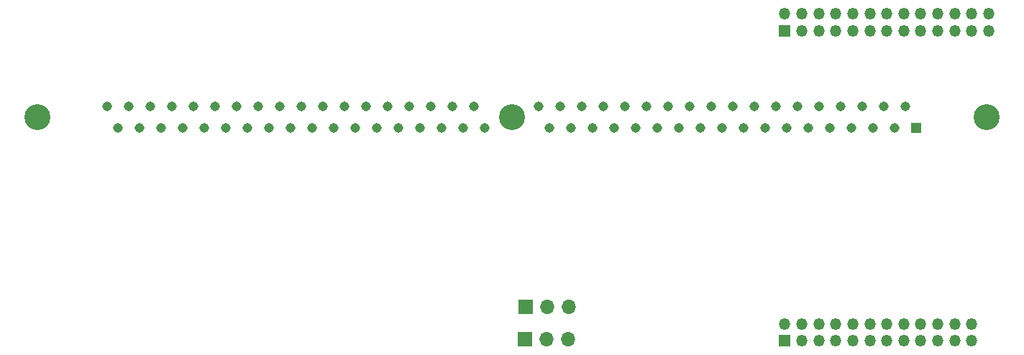
<source format=gbr>
%TF.GenerationSoftware,KiCad,Pcbnew,(5.1.9)-1*%
%TF.CreationDate,2021-01-17T12:11:35+11:00*%
%TF.ProjectId,SIMMCON,53494d4d-434f-44e2-9e6b-696361645f70,rev?*%
%TF.SameCoordinates,Original*%
%TF.FileFunction,Soldermask,Bot*%
%TF.FilePolarity,Negative*%
%FSLAX46Y46*%
G04 Gerber Fmt 4.6, Leading zero omitted, Abs format (unit mm)*
G04 Created by KiCad (PCBNEW (5.1.9)-1) date 2021-01-17 12:11:35*
%MOMM*%
%LPD*%
G01*
G04 APERTURE LIST*
%ADD10R,1.700000X1.700000*%
%ADD11O,1.700000X1.700000*%
%ADD12C,3.048000*%
%ADD13R,1.143000X1.143000*%
%ADD14C,1.143000*%
%ADD15R,1.350000X1.350000*%
%ADD16O,1.350000X1.350000*%
G04 APERTURE END LIST*
D10*
%TO.C,JP2*%
X100711000Y-132842000D03*
D11*
X103251000Y-132842000D03*
X105791000Y-132842000D03*
%TD*%
D10*
%TO.C,JP1*%
X100584000Y-136652000D03*
D11*
X103124000Y-136652000D03*
X105664000Y-136652000D03*
%TD*%
D12*
%TO.C,SIMM72*%
X99060000Y-110490000D03*
X43180000Y-110490000D03*
X154940000Y-110490000D03*
D13*
X146685000Y-111760000D03*
D14*
X145415000Y-109220000D03*
X144145000Y-111760000D03*
X142875000Y-109220000D03*
X141605000Y-111760000D03*
X140335000Y-109220000D03*
X139065000Y-111760000D03*
X137795000Y-109220000D03*
X136525000Y-111760000D03*
X135255000Y-109220000D03*
X133985000Y-111760000D03*
X132715000Y-109220000D03*
X131445000Y-111760000D03*
X130175000Y-109220000D03*
X128905000Y-111760000D03*
X127635000Y-109220000D03*
X126365000Y-111760000D03*
X125095000Y-109220000D03*
X123825000Y-111760000D03*
X122555000Y-109220000D03*
X121285000Y-111760000D03*
X120015000Y-109220000D03*
X118745000Y-111760000D03*
X117475000Y-109220000D03*
X116205000Y-111760000D03*
X114935000Y-109220000D03*
X113665000Y-111760000D03*
X112395000Y-109220000D03*
X111125000Y-111760000D03*
X109855000Y-109220000D03*
X108585000Y-111760000D03*
X107315000Y-109220000D03*
X106045000Y-111760000D03*
X104775000Y-109220000D03*
X103505000Y-111760000D03*
X102235000Y-109220000D03*
X95885000Y-111760000D03*
X94615000Y-109220000D03*
X93345000Y-111760000D03*
X92075000Y-109220000D03*
X90805000Y-111760000D03*
X89535000Y-109220000D03*
X88265000Y-111760000D03*
X86995000Y-109220000D03*
X85725000Y-111760000D03*
X84455000Y-109220000D03*
X83185000Y-111760000D03*
X81915000Y-109220000D03*
X80645000Y-111760000D03*
X79375000Y-109220000D03*
X78105000Y-111760000D03*
X76835000Y-109220000D03*
X75565000Y-111760000D03*
X74295000Y-109220000D03*
X73025000Y-111760000D03*
X71755000Y-109220000D03*
X70485000Y-111760000D03*
X69215000Y-109220000D03*
X67945000Y-111760000D03*
X66675000Y-109220000D03*
X65405000Y-111760000D03*
X64135000Y-109220000D03*
X62865000Y-111760000D03*
X61595000Y-109220000D03*
X60325000Y-111760000D03*
X59055000Y-109220000D03*
X57785000Y-111760000D03*
X56515000Y-109220000D03*
X55245000Y-111760000D03*
X53975000Y-109220000D03*
X52705000Y-111760000D03*
X51435000Y-109220000D03*
%TD*%
D15*
%TO.C,J1*%
X131191000Y-100330000D03*
D16*
X131191000Y-98330000D03*
X133191000Y-100330000D03*
X133191000Y-98330000D03*
X135191000Y-100330000D03*
X135191000Y-98330000D03*
X137191000Y-100330000D03*
X137191000Y-98330000D03*
X139191000Y-100330000D03*
X139191000Y-98330000D03*
X141191000Y-100330000D03*
X141191000Y-98330000D03*
X143191000Y-100330000D03*
X143191000Y-98330000D03*
X145191000Y-100330000D03*
X145191000Y-98330000D03*
X147191000Y-100330000D03*
X147191000Y-98330000D03*
X149191000Y-100330000D03*
X149191000Y-98330000D03*
X151191000Y-100330000D03*
X151191000Y-98330000D03*
X153191000Y-100330000D03*
X153191000Y-98330000D03*
X155191000Y-100330000D03*
X155191000Y-98330000D03*
%TD*%
D15*
%TO.C,J2*%
X131191000Y-136842000D03*
D16*
X131191000Y-134842000D03*
X133191000Y-136842000D03*
X133191000Y-134842000D03*
X135191000Y-136842000D03*
X135191000Y-134842000D03*
X137191000Y-136842000D03*
X137191000Y-134842000D03*
X139191000Y-136842000D03*
X139191000Y-134842000D03*
X141191000Y-136842000D03*
X141191000Y-134842000D03*
X143191000Y-136842000D03*
X143191000Y-134842000D03*
X145191000Y-136842000D03*
X145191000Y-134842000D03*
X147191000Y-136842000D03*
X147191000Y-134842000D03*
X149191000Y-136842000D03*
X149191000Y-134842000D03*
X151191000Y-136842000D03*
X151191000Y-134842000D03*
X153191000Y-136842000D03*
X153191000Y-134842000D03*
%TD*%
M02*

</source>
